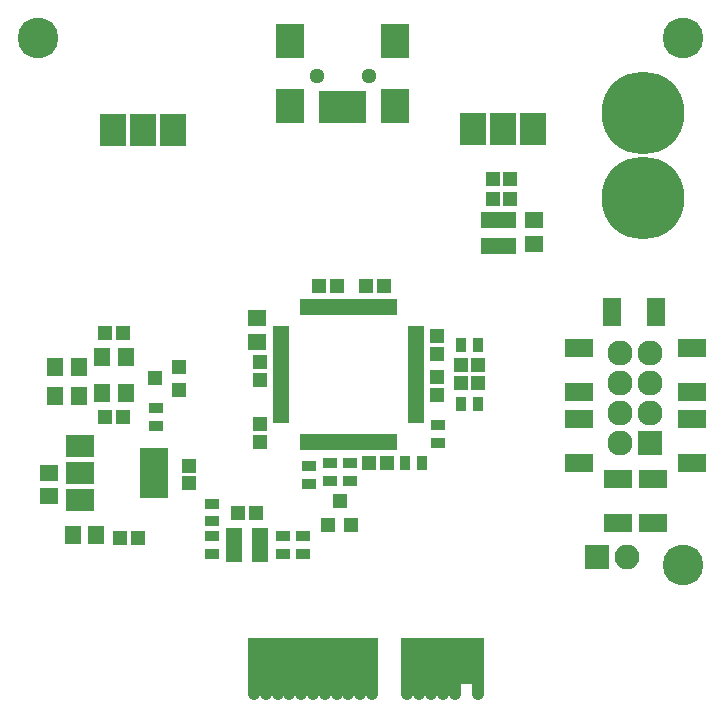
<source format=gts>
G04 #@! TF.FileFunction,Soldermask,Top*
%FSLAX46Y46*%
G04 Gerber Fmt 4.6, Leading zero omitted, Abs format (unit mm)*
G04 Created by KiCad (PCBNEW 4.0.7) date 01/05/18 11:34:56*
%MOMM*%
%LPD*%
G01*
G04 APERTURE LIST*
%ADD10C,0.100000*%
%ADD11C,3.448000*%
%ADD12R,0.650000X1.400000*%
%ADD13R,1.400000X0.650000*%
%ADD14R,1.200000X1.150000*%
%ADD15R,1.150000X1.200000*%
%ADD16R,1.400000X1.650000*%
%ADD17R,1.650000X1.400000*%
%ADD18C,1.050000*%
%ADD19R,1.050000X5.000000*%
%ADD20R,1.050000X4.000000*%
%ADD21R,1.197560X1.197560*%
%ADD22R,1.650000X2.400000*%
%ADD23R,2.400000X1.650000*%
%ADD24R,1.200000X1.300000*%
%ADD25R,2.178000X2.686000*%
%ADD26R,2.127200X2.127200*%
%ADD27O,2.127200X2.127200*%
%ADD28R,0.900380X2.701240*%
%ADD29R,2.398980X2.899360*%
%ADD30C,1.299160*%
%ADD31C,7.004000*%
%ADD32R,1.300000X1.200000*%
%ADD33R,1.300000X0.900000*%
%ADD34R,0.900000X1.300000*%
%ADD35R,1.460000X1.050000*%
%ADD36R,1.050000X1.460000*%
%ADD37R,2.400000X4.200000*%
%ADD38R,2.400000X1.900000*%
%ADD39R,2.100000X2.100000*%
%ADD40O,2.100000X2.100000*%
G04 APERTURE END LIST*
D10*
D11*
X177292000Y-117398800D03*
X177292000Y-72745600D03*
D12*
X145250000Y-106950000D03*
X145750000Y-106950000D03*
X146250000Y-106950000D03*
X146750000Y-106950000D03*
X147250000Y-106950000D03*
X147750000Y-106950000D03*
X148250000Y-106950000D03*
X148750000Y-106950000D03*
X149250000Y-106950000D03*
X149750000Y-106950000D03*
X150250000Y-106950000D03*
X150750000Y-106950000D03*
X151250000Y-106950000D03*
X151750000Y-106950000D03*
X152250000Y-106950000D03*
X152750000Y-106950000D03*
D13*
X154700000Y-105000000D03*
X154700000Y-104500000D03*
X154700000Y-104000000D03*
X154700000Y-103500000D03*
X154700000Y-103000000D03*
X154700000Y-102500000D03*
X154700000Y-102000000D03*
X154700000Y-101500000D03*
X154700000Y-101000000D03*
X154700000Y-100500000D03*
X154700000Y-100000000D03*
X154700000Y-99500000D03*
X154700000Y-99000000D03*
X154700000Y-98500000D03*
X154700000Y-98000000D03*
X154700000Y-97500000D03*
D12*
X152750000Y-95550000D03*
X152250000Y-95550000D03*
X151750000Y-95550000D03*
X151250000Y-95550000D03*
X150750000Y-95550000D03*
X150250000Y-95550000D03*
X149750000Y-95550000D03*
X149250000Y-95550000D03*
X148750000Y-95550000D03*
X148250000Y-95550000D03*
X147750000Y-95550000D03*
X147250000Y-95550000D03*
X146750000Y-95550000D03*
X146250000Y-95550000D03*
X145750000Y-95550000D03*
X145250000Y-95550000D03*
D13*
X143300000Y-97500000D03*
X143300000Y-98000000D03*
X143300000Y-98500000D03*
X143300000Y-99000000D03*
X143300000Y-99500000D03*
X143300000Y-100000000D03*
X143300000Y-100500000D03*
X143300000Y-101000000D03*
X143300000Y-101500000D03*
X143300000Y-102000000D03*
X143300000Y-102500000D03*
X143300000Y-103000000D03*
X143300000Y-103500000D03*
X143300000Y-104000000D03*
X143300000Y-104500000D03*
X143300000Y-105000000D03*
D14*
X150750000Y-108750000D03*
X152250000Y-108750000D03*
X150500000Y-93750000D03*
X152000000Y-93750000D03*
D15*
X141500000Y-105500000D03*
X141500000Y-107000000D03*
X156500000Y-103000000D03*
X156500000Y-101500000D03*
X156464000Y-98044000D03*
X156464000Y-99544000D03*
D14*
X148000000Y-93750000D03*
X146500000Y-93750000D03*
D15*
X141500000Y-101750000D03*
X141500000Y-100250000D03*
D16*
X128150000Y-102850000D03*
X130150000Y-102850000D03*
X128150000Y-99822000D03*
X130150000Y-99822000D03*
D14*
X128400000Y-104850000D03*
X129900000Y-104850000D03*
X128400000Y-97790000D03*
X129900000Y-97790000D03*
X129650000Y-115100000D03*
X131150000Y-115100000D03*
D17*
X123650000Y-111600000D03*
X123650000Y-109600000D03*
D15*
X135483600Y-110478000D03*
X135483600Y-108978000D03*
D17*
X141250000Y-96500000D03*
X141250000Y-98500000D03*
D14*
X161200000Y-86450000D03*
X162700000Y-86450000D03*
X161200000Y-84700000D03*
X162700000Y-84700000D03*
X141172000Y-112956800D03*
X139672000Y-112956800D03*
D18*
X160000000Y-128300000D03*
D19*
X141000000Y-126000000D03*
X142000000Y-126000000D03*
X143000000Y-126000000D03*
X144000000Y-126000000D03*
X145000000Y-126000000D03*
X146000000Y-126000000D03*
X147000000Y-126000000D03*
X148000000Y-126000000D03*
X149000000Y-126000000D03*
X150000000Y-126000000D03*
X151000000Y-126000000D03*
X156000000Y-126000000D03*
X157000000Y-126000000D03*
X158000000Y-126000000D03*
D20*
X159000000Y-125500000D03*
D19*
X160000000Y-126000000D03*
X154000000Y-126000000D03*
X155000000Y-126000000D03*
D18*
X143000000Y-128300000D03*
X144000000Y-128300000D03*
X145000000Y-128300000D03*
X146000000Y-128300000D03*
X147000000Y-128300000D03*
X148000000Y-128300000D03*
X149000000Y-128300000D03*
X150000000Y-128300000D03*
X151000000Y-128300000D03*
X141000000Y-128300000D03*
X154000000Y-128300000D03*
X155000000Y-128300000D03*
X156000000Y-128300000D03*
X157000000Y-128300000D03*
X158000000Y-128300000D03*
X142000000Y-128300000D03*
D21*
X159999300Y-102000000D03*
X158500700Y-102000000D03*
X160000000Y-100500000D03*
X158501400Y-100500000D03*
D22*
X171312000Y-96000000D03*
X175062000Y-96000000D03*
D23*
X178062000Y-99000000D03*
X178062000Y-102750000D03*
X178062000Y-105000000D03*
X178062000Y-108750000D03*
X174812000Y-113875000D03*
X174812000Y-110125000D03*
X171812000Y-113875000D03*
X171812000Y-110125000D03*
X168562000Y-105000000D03*
X168562000Y-108750000D03*
X168562000Y-99000000D03*
X168562000Y-102750000D03*
D24*
X147300000Y-114000000D03*
X149200000Y-114000000D03*
X148250000Y-112000000D03*
D25*
X134140000Y-80600000D03*
X131600000Y-80600000D03*
X129060000Y-80600000D03*
X164600000Y-80500000D03*
X162060000Y-80500000D03*
X159520000Y-80500000D03*
D26*
X174562000Y-107080000D03*
D27*
X172022000Y-107080000D03*
X174562000Y-104540000D03*
X172022000Y-104540000D03*
X174562000Y-102000000D03*
X172022000Y-102000000D03*
X174562000Y-99460000D03*
X172022000Y-99460000D03*
D28*
X150100560Y-78598420D03*
X149300460Y-78598420D03*
X148500360Y-78598420D03*
X147700260Y-78598420D03*
X146900160Y-78598420D03*
D29*
X152950440Y-78499360D03*
X152950440Y-73000260D03*
X144050280Y-78499360D03*
X144050280Y-73000260D03*
D30*
X150700000Y-76000000D03*
X146300720Y-76000000D03*
D16*
X124150000Y-103100000D03*
X126150000Y-103100000D03*
X124150000Y-100600000D03*
X126150000Y-100600000D03*
X127650000Y-114850000D03*
X125650000Y-114850000D03*
D17*
X164700000Y-88200000D03*
X164700000Y-90200000D03*
D31*
X173900000Y-86300000D03*
X173900000Y-79137200D03*
D32*
X134650000Y-102550000D03*
X134650000Y-100650000D03*
X132650000Y-101600000D03*
D33*
X156616400Y-107062400D03*
X156616400Y-105562400D03*
X132740400Y-105601200D03*
X132740400Y-104101200D03*
X147400000Y-108750000D03*
X147400000Y-110250000D03*
D34*
X158500000Y-103750000D03*
X160000000Y-103750000D03*
D33*
X149100000Y-108750000D03*
X149100000Y-110250000D03*
D34*
X158500000Y-98750000D03*
X160000000Y-98750000D03*
D33*
X145694400Y-109028800D03*
X145694400Y-110528800D03*
D34*
X153750000Y-108750000D03*
X155250000Y-108750000D03*
D33*
X137422000Y-112206800D03*
X137422000Y-113706800D03*
X143422000Y-114956800D03*
X143422000Y-116456800D03*
X145172000Y-114956800D03*
X145172000Y-116456800D03*
X137422000Y-116456800D03*
X137422000Y-114956800D03*
D35*
X139322000Y-114756800D03*
X139322000Y-115706800D03*
X139322000Y-116656800D03*
X141522000Y-116656800D03*
X141522000Y-114756800D03*
X141522000Y-115706800D03*
D36*
X162650000Y-88200000D03*
X161700000Y-88200000D03*
X160750000Y-88200000D03*
X160750000Y-90400000D03*
X162650000Y-90400000D03*
X161700000Y-90400000D03*
D37*
X132550000Y-109600000D03*
D38*
X126250000Y-109600000D03*
X126250000Y-111900000D03*
X126250000Y-107300000D03*
D11*
X122682000Y-72745600D03*
D39*
X170027600Y-116687600D03*
D40*
X172567600Y-116687600D03*
M02*

</source>
